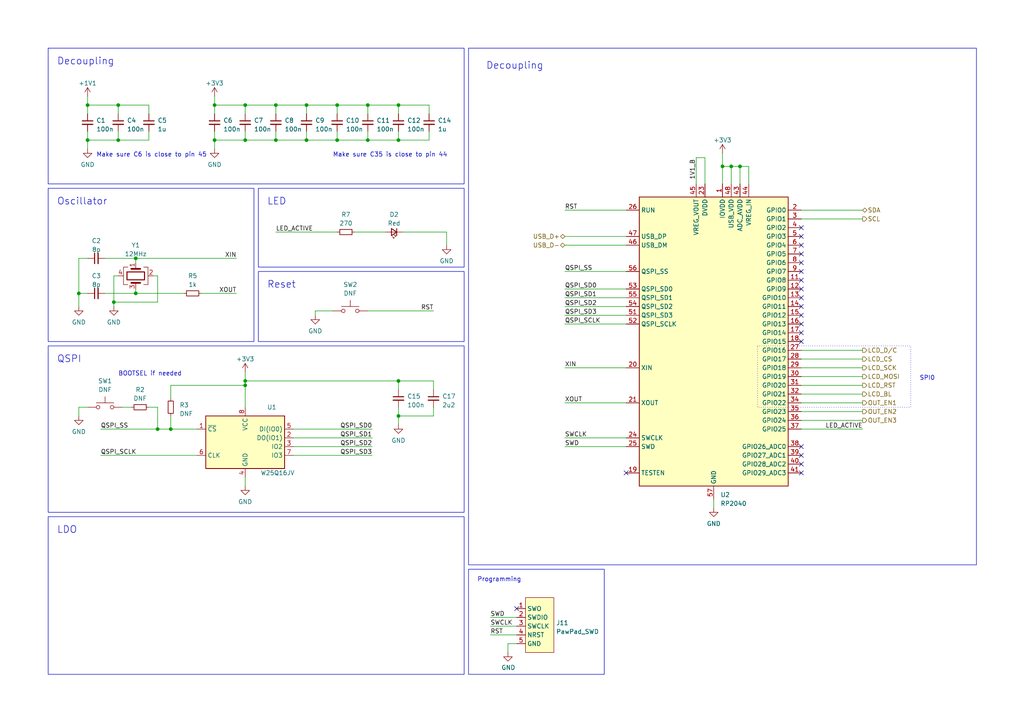
<source format=kicad_sch>
(kicad_sch (version 20230121) (generator eeschema)
  (paper "A4")
  (lib_symbols
    (symbol "Device:C_Small" (pin_numbers hide) (pin_names (offset 0.254) hide)
      (property "Reference" "C" (at 0.254 1.778 0))
      (property "Value" "C_Small" (at 0.254 -2.032 0))
      (symbol "C_Small_0_1"
        (polyline (pts (xy -1.524 -0.508) (xy 1.524 -0.508)) (stroke (width 0.3302)))
        (polyline (pts (xy -1.524 0.508) (xy 1.524 0.508)) (stroke (width 0.3048)))
      )
      (symbol "C_Small_1_1"
        (pin passive line (at 0 2.54 270) (length 2.032) (name "~") (number "1"))
        (pin passive line (at 0 -2.54 90) (length 2.032) (name "~") (number "2"))
      )
    )
    (symbol "Device:Crystal_GND24" (pin_names (offset 1.016) hide)
      (property "Reference" "Y" (at 3.175 5.08 0))
      (property "Value" "Crystal_GND24" (at 3.175 3.175 0))
      (symbol "Crystal_GND24_0_1"
        (rectangle (start -1.143 2.54) (end 1.143 -2.54) (stroke (width 0.3048)))
        (polyline (pts (xy -2.54 0) (xy -2.032 0)))
        (polyline (pts (xy -2.032 -1.27) (xy -2.032 1.27)) (stroke (width 0.508)))
        (polyline (pts (xy 0 -3.81) (xy 0 -3.556)))
        (polyline (pts (xy 0 3.556) (xy 0 3.81)))
        (polyline (pts (xy 2.032 -1.27) (xy 2.032 1.27)) (stroke (width 0.508)))
        (polyline (pts (xy 2.032 0) (xy 2.54 0)))
        (polyline (pts (xy -2.54 -2.286) (xy -2.54 -3.556) (xy 2.54 -3.556) (xy 2.54 -2.286)))
        (polyline (pts (xy -2.54 2.286) (xy -2.54 3.556) (xy 2.54 3.556) (xy 2.54 2.286)))
      )
      (symbol "Crystal_GND24_1_1"
        (pin passive line (at -3.81 0 0) (length 1.27) (name "1") (number "1"))
        (pin passive line (at 0 5.08 270) (length 1.27) (name "2") (number "2"))
        (pin passive line (at 3.81 0 180) (length 1.27) (name "3") (number "3"))
        (pin passive line (at 0 -5.08 90) (length 1.27) (name "4") (number "4"))
      )
    )
    (symbol "Device:LED_Small" (pin_numbers hide) (pin_names (offset 0.254) hide)
      (property "Reference" "D" (at -1.27 3.175 0))
      (property "Value" "LED_Small" (at -4.445 -2.54 0))
      (symbol "LED_Small_0_1"
        (polyline (pts (xy -0.762 -1.016) (xy -0.762 1.016)) (stroke (width 0.254)))
        (polyline (pts (xy 1.016 0) (xy -0.762 0)))
        (polyline (pts (xy 0.762 -1.016) (xy -0.762 0) (xy 0.762 1.016) (xy 0.762 -1.016)) (stroke (width 0.254)))
        (polyline (pts (xy 0 0.762) (xy -0.508 1.27) (xy -0.254 1.27) (xy -0.508 1.27) (xy -0.508 1.016)))
        (polyline (pts (xy 0.508 1.27) (xy 0 1.778) (xy 0.254 1.778) (xy 0 1.778) (xy 0 1.524)))
      )
      (symbol "LED_Small_1_1"
        (pin passive line (at -2.54 0 0) (length 1.778) (name "K") (number "1"))
        (pin passive line (at 2.54 0 180) (length 1.778) (name "A") (number "2"))
      )
    )
    (symbol "Device:R_Small" (pin_numbers hide) (pin_names (offset 0.254) hide)
      (property "Reference" "R" (at 0.762 0.508 0))
      (property "Value" "R_Small" (at 0.762 -1.016 0))
      (symbol "R_Small_0_1"
        (rectangle (start -0.762 1.778) (end 0.762 -1.778) (stroke (width 0.2032)))
      )
      (symbol "R_Small_1_1"
        (pin passive line (at 0 2.54 270) (length 0.762) (name "~") (number "1"))
        (pin passive line (at 0 -2.54 90) (length 0.762) (name "~") (number "2"))
      )
    )
    (symbol "MCU_RaspberryPi:RP2040"
      (property "Reference" "U" (at 17.78 45.72 0))
      (property "Value" "RP2040" (at 17.78 43.18 0))
      (symbol "RP2040_0_1"
        (rectangle (start -21.59 41.91) (end 21.59 -41.91) (stroke (width 0.254)) (fill (type background)))
      )
      (symbol "RP2040_1_1"
        (pin power_in line (at 2.54 45.72 270) (length 3.81) (name "IOVDD") (number "1"))
        (pin passive line (at 2.54 45.72 270) (length 3.81) hide (name "IOVDD") (number "10"))
        (pin bidirectional line (at 25.4 17.78 180) (length 3.81) (name "GPIO8") (number "11"))
        (pin bidirectional line (at 25.4 15.24 180) (length 3.81) (name "GPIO9") (number "12"))
        (pin bidirectional line (at 25.4 12.7 180) (length 3.81) (name "GPIO10") (number "13"))
        (pin bidirectional line (at 25.4 10.16 180) (length 3.81) (name "GPIO11") (number "14"))
        (pin bidirectional line (at 25.4 7.62 180) (length 3.81) (name "GPIO12") (number "15"))
        (pin bidirectional line (at 25.4 5.08 180) (length 3.81) (name "GPIO13") (number "16"))
        (pin bidirectional line (at 25.4 2.54 180) (length 3.81) (name "GPIO14") (number "17"))
        (pin bidirectional line (at 25.4 0 180) (length 3.81) (name "GPIO15") (number "18"))
        (pin input line (at -25.4 -38.1 0) (length 3.81) (name "TESTEN") (number "19"))
        (pin bidirectional line (at 25.4 38.1 180) (length 3.81) (name "GPIO0") (number "2"))
        (pin input line (at -25.4 -7.62 0) (length 3.81) (name "XIN") (number "20"))
        (pin passive line (at -25.4 -17.78 0) (length 3.81) (name "XOUT") (number "21"))
        (pin passive line (at 2.54 45.72 270) (length 3.81) hide (name "IOVDD") (number "22"))
        (pin power_in line (at -2.54 45.72 270) (length 3.81) (name "DVDD") (number "23"))
        (pin output line (at -25.4 -27.94 0) (length 3.81) (name "SWCLK") (number "24"))
        (pin bidirectional line (at -25.4 -30.48 0) (length 3.81) (name "SWD") (number "25"))
        (pin input line (at -25.4 38.1 0) (length 3.81) (name "RUN") (number "26"))
        (pin bidirectional line (at 25.4 -2.54 180) (length 3.81) (name "GPIO16") (number "27"))
        (pin bidirectional line (at 25.4 -5.08 180) (length 3.81) (name "GPIO17") (number "28"))
        (pin bidirectional line (at 25.4 -7.62 180) (length 3.81) (name "GPIO18") (number "29"))
        (pin bidirectional line (at 25.4 35.56 180) (length 3.81) (name "GPIO1") (number "3"))
        (pin bidirectional line (at 25.4 -10.16 180) (length 3.81) (name "GPIO19") (number "30"))
        (pin bidirectional line (at 25.4 -12.7 180) (length 3.81) (name "GPIO20") (number "31"))
        (pin bidirectional line (at 25.4 -15.24 180) (length 3.81) (name "GPIO21") (number "32"))
        (pin passive line (at 2.54 45.72 270) (length 3.81) hide (name "IOVDD") (number "33"))
        (pin bidirectional line (at 25.4 -17.78 180) (length 3.81) (name "GPIO22") (number "34"))
        (pin bidirectional line (at 25.4 -20.32 180) (length 3.81) (name "GPIO23") (number "35"))
        (pin bidirectional line (at 25.4 -22.86 180) (length 3.81) (name "GPIO24") (number "36"))
        (pin bidirectional line (at 25.4 -25.4 180) (length 3.81) (name "GPIO25") (number "37"))
        (pin bidirectional line (at 25.4 -30.48 180) (length 3.81) (name "GPIO26_ADC0") (number "38"))
        (pin bidirectional line (at 25.4 -33.02 180) (length 3.81) (name "GPIO27_ADC1") (number "39"))
        (pin bidirectional line (at 25.4 33.02 180) (length 3.81) (name "GPIO2") (number "4"))
        (pin bidirectional line (at 25.4 -35.56 180) (length 3.81) (name "GPIO28_ADC2") (number "40"))
        (pin bidirectional line (at 25.4 -38.1 180) (length 3.81) (name "GPIO29_ADC3") (number "41"))
        (pin passive line (at 2.54 45.72 270) (length 3.81) hide (name "IOVDD") (number "42"))
        (pin power_in line (at 7.62 45.72 270) (length 3.81) (name "ADC_AVDD") (number "43"))
        (pin power_in line (at 10.16 45.72 270) (length 3.81) (name "VREG_IN") (number "44"))
        (pin power_out line (at -5.08 45.72 270) (length 3.81) (name "VREG_VOUT") (number "45"))
        (pin bidirectional line (at -25.4 27.94 0) (length 3.81) (name "USB_DM") (number "46"))
        (pin bidirectional line (at -25.4 30.48 0) (length 3.81) (name "USB_DP") (number "47"))
        (pin power_in line (at 5.08 45.72 270) (length 3.81) (name "USB_VDD") (number "48"))
        (pin passive line (at 2.54 45.72 270) (length 3.81) hide (name "IOVDD") (number "49"))
        (pin bidirectional line (at 25.4 30.48 180) (length 3.81) (name "GPIO3") (number "5"))
        (pin passive line (at -2.54 45.72 270) (length 3.81) hide (name "DVDD") (number "50"))
        (pin bidirectional line (at -25.4 7.62 0) (length 3.81) (name "QSPI_SD3") (number "51"))
        (pin output line (at -25.4 5.08 0) (length 3.81) (name "QSPI_SCLK") (number "52"))
        (pin bidirectional line (at -25.4 15.24 0) (length 3.81) (name "QSPI_SD0") (number "53"))
        (pin bidirectional line (at -25.4 10.16 0) (length 3.81) (name "QSPI_SD2") (number "54"))
        (pin bidirectional line (at -25.4 12.7 0) (length 3.81) (name "QSPI_SD1") (number "55"))
        (pin bidirectional line (at -25.4 20.32 0) (length 3.81) (name "QSPI_SS") (number "56"))
        (pin power_in line (at 0 -45.72 90) (length 3.81) (name "GND") (number "57"))
        (pin bidirectional line (at 25.4 27.94 180) (length 3.81) (name "GPIO4") (number "6"))
        (pin bidirectional line (at 25.4 25.4 180) (length 3.81) (name "GPIO5") (number "7"))
        (pin bidirectional line (at 25.4 22.86 180) (length 3.81) (name "GPIO6") (number "8"))
        (pin bidirectional line (at 25.4 20.32 180) (length 3.81) (name "GPIO7") (number "9"))
      )
    )
    (symbol "Memory_Flash:W25Q32JVSS"
      (property "Reference" "U6" (at 6.35 10.16 0))
      (property "Value" "W25Q16JV" (at 4.445 -8.89 0))
      (symbol "W25Q32JVSS_0_1"
        (rectangle (start -11.43 7.62) (end 11.43 -7.62) (stroke (width 0.254)) (fill (type background)))
      )
      (symbol "W25Q32JVSS_1_1"
        (pin input line (at -13.97 3.81 0) (length 2.54) (name "~{CS}") (number "1"))
        (pin bidirectional line (at 13.97 1.27 180) (length 2.54) (name "DO(IO1)") (number "2"))
        (pin bidirectional line (at 13.97 -1.27 180) (length 2.54) (name "IO2") (number "3"))
        (pin power_in line (at 0 -10.16 90) (length 2.54) (name "GND") (number "4"))
        (pin bidirectional line (at 13.97 3.81 180) (length 2.54) (name "DI(IO0)") (number "5"))
        (pin input line (at -13.97 -3.81 0) (length 2.54) (name "CLK") (number "6"))
        (pin bidirectional line (at 13.97 -3.81 180) (length 2.54) (name "IO3") (number "7"))
        (pin power_in line (at 0 10.16 270) (length 2.54) (name "VCC") (number "8"))
      )
    )
    (symbol "Switch:SW_Push" (pin_numbers hide) (pin_names (offset 1.016) hide)
      (property "Reference" "SW" (at 1.27 2.54 0))
      (property "Value" "SW_Push" (at 0 -1.524 0))
      (symbol "SW_Push_0_1"
        (circle (center -2.032 0) (radius 0.508))
        (polyline (pts (xy 0 1.27) (xy 0 3.048)))
        (polyline (pts (xy 2.54 1.27) (xy -2.54 1.27)))
        (circle (center 2.032 0) (radius 0.508))
        (pin passive line (at -5.08 0 0) (length 2.54) (name "1") (number "1"))
        (pin passive line (at 5.08 0 180) (length 2.54) (name "2") (number "2"))
      )
    )
    (symbol "pawpad:PawPad_SWD"
      (property "Reference" "J" (at 0 10.16 0))
      (property "Value" "PawPad_SWD" (at 0 -9.525 0))
      (symbol "PawPad_SWD_0_1"
        (rectangle (start -3.81 8.255) (end 4.445 -7.62) (fill (type background)))
      )
      (symbol "PawPad_SWD_1_1"
        (pin input line (at -6.35 5.08 0) (length 2.54) (name "SWO") (number "1"))
        (pin input line (at -6.35 2.54 0) (length 2.54) (name "SWDIO") (number "2"))
        (pin input line (at -6.35 0 0) (length 2.54) (name "SWCLK") (number "3"))
        (pin input line (at -6.35 -2.54 0) (length 2.54) (name "NRST") (number "4"))
        (pin input line (at -6.35 -5.08 0) (length 2.54) (name "GND") (number "5"))
      )
    )
    (symbol "power:+1V1" (power) (pin_names (offset 0))
      (property "Value" "+1V1" (at 0 3.556 0))
      (symbol "+1V1_0_1"
        (polyline (pts (xy -0.762 1.27) (xy 0 2.54)))
        (polyline (pts (xy 0 0) (xy 0 2.54)))
        (polyline (pts (xy 0 2.54) (xy 0.762 1.27)))
      )
      (symbol "+1V1_1_1"
        (pin power_in line (at 0 0 90) (length 0) hide (name "+1V1") (number "1"))
      )
    )
    (symbol "power:+3V3" (power) (pin_names (offset 0))
      (property "Value" "+3V3" (at 0 3.556 0))
      (symbol "+3V3_0_1"
        (polyline (pts (xy -0.762 1.27) (xy 0 2.54)))
        (polyline (pts (xy 0 0) (xy 0 2.54)))
        (polyline (pts (xy 0 2.54) (xy 0.762 1.27)))
      )
      (symbol "+3V3_1_1"
        (pin power_in line (at 0 0 90) (length 0) hide (name "+3V3") (number "1"))
      )
    )
    (symbol "power:GND" (power) (pin_names (offset 0))
      (property "Value" "GND" (at 0 -3.81 0))
      (symbol "GND_0_1"
        (polyline (pts (xy 0 0) (xy 0 -1.27) (xy 1.27 -1.27) (xy 0 -2.54) (xy -1.27 -1.27) (xy 0 -1.27)))
      )
      (symbol "GND_1_1"
        (pin power_in line (at 0 0 270) (length 0) hide (name "GND") (number "1"))
      )
    )
  )
  (junction (at 214.63 48.26))
  (junction (at 115.57 30.48))
  (junction (at 88.9 30.48))
  (junction (at 71.12 40.64))
  (junction (at 71.12 111.76))
  (junction (at 71.12 30.48))
  (junction (at 39.37 85.09))
  (junction (at 88.9 40.64))
  (junction (at 62.23 30.48))
  (junction (at 71.12 110.49))
  (junction (at 39.37 74.93))
  (junction (at 97.79 40.64))
  (junction (at 45.72 124.46))
  (junction (at 22.86 85.09))
  (junction (at 34.29 40.64))
  (junction (at 209.55 48.26))
  (junction (at 25.4 30.48))
  (junction (at 62.23 40.64))
  (junction (at 106.68 40.64))
  (junction (at 115.57 110.49))
  (junction (at 34.29 30.48))
  (junction (at 97.79 30.48))
  (junction (at 33.02 87.63))
  (junction (at 25.4 40.64))
  (junction (at 212.09 48.26))
  (junction (at 80.01 30.48))
  (junction (at 106.68 30.48))
  (junction (at 115.57 40.64))
  (junction (at 115.57 120.65))
  (junction (at 49.53 124.46))
  (junction (at 80.01 40.64))
  (no_connect (at 232.41 96.52))
  (no_connect (at 232.41 78.74))
  (no_connect (at 232.41 134.62))
  (no_connect (at 232.41 88.9))
  (no_connect (at 181.61 137.16))
  (no_connect (at 232.41 76.2))
  (no_connect (at 232.41 129.54))
  (no_connect (at 149.86 176.53))
  (no_connect (at 232.41 83.82))
  (no_connect (at 232.41 81.28))
  (no_connect (at 232.41 68.58))
  (no_connect (at 232.41 91.44))
  (no_connect (at 232.41 66.04))
  (no_connect (at 232.41 86.36))
  (no_connect (at 232.41 137.16))
  (no_connect (at 232.41 71.12))
  (no_connect (at 232.41 132.08))
  (no_connect (at 232.41 93.98))
  (no_connect (at 232.41 99.06))
  (no_connect (at 232.41 73.66))
  (wire (pts (xy 49.53 120.65) (xy 49.53 124.46)))
  (wire (pts (xy 232.41 121.92) (xy 250.19 121.92)))
  (wire (pts (xy 106.68 30.48) (xy 115.57 30.48)))
  (wire (pts (xy 212.09 48.26) (xy 209.55 48.26)))
  (wire (pts (xy 115.57 40.64) (xy 115.57 38.1)))
  (wire (pts (xy 62.23 40.64) (xy 71.12 40.64)))
  (wire (pts (xy 106.68 30.48) (xy 106.68 33.02)))
  (wire (pts (xy 49.53 124.46) (xy 57.15 124.46)))
  (wire (pts (xy 25.4 30.48) (xy 25.4 33.02)))
  (wire (pts (xy 232.41 106.68) (xy 250.19 106.68)))
  (wire (pts (xy 232.41 109.22) (xy 250.19 109.22)))
  (wire (pts (xy 124.46 30.48) (xy 124.46 33.02)))
  (wire (pts (xy 71.12 110.49) (xy 115.57 110.49)))
  (wire (pts (xy 142.24 181.61) (xy 149.86 181.61)))
  (wire (pts (xy 163.83 116.84) (xy 181.61 116.84)))
  (wire (pts (xy 214.63 53.34) (xy 214.63 48.26)))
  (wire (pts (xy 29.21 132.08) (xy 57.15 132.08)))
  (wire (pts (xy 49.53 111.76) (xy 49.53 115.57)))
  (wire (pts (xy 163.83 71.12) (xy 181.61 71.12)))
  (wire (pts (xy 39.37 76.2) (xy 39.37 74.93)))
  (wire (pts (xy 22.86 74.93) (xy 25.4 74.93)))
  (wire (pts (xy 232.41 124.46) (xy 250.19 124.46)))
  (wire (pts (xy 115.57 40.64) (xy 124.46 40.64)))
  (wire (pts (xy 125.73 113.03) (xy 125.73 110.49)))
  (wire (pts (xy 34.29 40.64) (xy 43.18 40.64)))
  (wire (pts (xy 106.68 90.17) (xy 125.73 90.17)))
  (wire (pts (xy 88.9 40.64) (xy 88.9 38.1)))
  (wire (pts (xy 163.83 78.74) (xy 181.61 78.74)))
  (wire (pts (xy 97.79 40.64) (xy 97.79 38.1)))
  (wire (pts (xy 201.93 45.72) (xy 204.47 45.72)))
  (wire (pts (xy 29.21 124.46) (xy 45.72 124.46)))
  (wire (pts (xy 71.12 30.48) (xy 71.12 33.02)))
  (wire (pts (xy 45.72 124.46) (xy 49.53 124.46)))
  (wire (pts (xy 147.32 186.69) (xy 149.86 186.69)))
  (wire (pts (xy 91.44 90.17) (xy 96.52 90.17)))
  (wire (pts (xy 25.4 27.94) (xy 25.4 30.48)))
  (wire (pts (xy 207.01 147.32) (xy 207.01 144.78)))
  (wire (pts (xy 25.4 40.64) (xy 34.29 40.64)))
  (wire (pts (xy 142.24 179.07) (xy 149.86 179.07)))
  (wire (pts (xy 22.86 85.09) (xy 25.4 85.09)))
  (wire (pts (xy 33.02 87.63) (xy 33.02 80.01)))
  (wire (pts (xy 163.83 83.82) (xy 181.61 83.82)))
  (wire (pts (xy 232.41 114.3) (xy 250.19 114.3)))
  (wire (pts (xy 163.83 91.44) (xy 181.61 91.44)))
  (wire (pts (xy 85.09 132.08) (xy 107.95 132.08)))
  (wire (pts (xy 163.83 106.68) (xy 181.61 106.68)))
  (wire (pts (xy 25.4 38.1) (xy 25.4 40.64)))
  (wire (pts (xy 71.12 140.97) (xy 71.12 138.43)))
  (wire (pts (xy 102.87 67.31) (xy 111.76 67.31)))
  (wire (pts (xy 129.54 67.31) (xy 129.54 71.12)))
  (wire (pts (xy 115.57 30.48) (xy 115.57 33.02)))
  (wire (pts (xy 214.63 48.26) (xy 212.09 48.26)))
  (wire (pts (xy 163.83 88.9) (xy 181.61 88.9)))
  (wire (pts (xy 232.41 60.96) (xy 250.19 60.96)))
  (wire (pts (xy 232.41 101.6) (xy 250.19 101.6)))
  (wire (pts (xy 68.58 85.09) (xy 58.42 85.09)))
  (wire (pts (xy 115.57 120.65) (xy 115.57 118.11)))
  (wire (pts (xy 62.23 38.1) (xy 62.23 40.64)))
  (wire (pts (xy 71.12 111.76) (xy 71.12 118.11)))
  (wire (pts (xy 80.01 30.48) (xy 80.01 33.02)))
  (wire (pts (xy 88.9 30.48) (xy 97.79 30.48)))
  (wire (pts (xy 34.29 30.48) (xy 34.29 33.02)))
  (wire (pts (xy 80.01 30.48) (xy 88.9 30.48)))
  (wire (pts (xy 34.29 38.1) (xy 34.29 40.64)))
  (wire (pts (xy 22.86 118.11) (xy 22.86 120.65)))
  (wire (pts (xy 88.9 30.48) (xy 88.9 33.02)))
  (wire (pts (xy 39.37 85.09) (xy 39.37 83.82)))
  (wire (pts (xy 106.68 40.64) (xy 106.68 38.1)))
  (wire (pts (xy 80.01 40.64) (xy 88.9 40.64)))
  (wire (pts (xy 39.37 74.93) (xy 68.58 74.93)))
  (wire (pts (xy 124.46 40.64) (xy 124.46 38.1)))
  (wire (pts (xy 45.72 87.63) (xy 33.02 87.63)))
  (wire (pts (xy 43.18 38.1) (xy 43.18 40.64)))
  (wire (pts (xy 91.44 91.44) (xy 91.44 90.17)))
  (wire (pts (xy 232.41 63.5) (xy 250.19 63.5)))
  (wire (pts (xy 97.79 40.64) (xy 106.68 40.64)))
  (wire (pts (xy 34.29 30.48) (xy 25.4 30.48)))
  (wire (pts (xy 49.53 111.76) (xy 71.12 111.76)))
  (wire (pts (xy 25.4 40.64) (xy 25.4 43.18)))
  (wire (pts (xy 30.48 85.09) (xy 39.37 85.09)))
  (wire (pts (xy 22.86 85.09) (xy 22.86 74.93)))
  (wire (pts (xy 163.83 129.54) (xy 181.61 129.54)))
  (wire (pts (xy 142.24 184.15) (xy 149.86 184.15)))
  (wire (pts (xy 232.41 116.84) (xy 250.19 116.84)))
  (wire (pts (xy 204.47 45.72) (xy 204.47 53.34)))
  (wire (pts (xy 85.09 127) (xy 107.95 127)))
  (wire (pts (xy 147.32 189.23) (xy 147.32 186.69)))
  (wire (pts (xy 43.18 30.48) (xy 43.18 33.02)))
  (wire (pts (xy 201.93 53.34) (xy 201.93 45.72)))
  (wire (pts (xy 88.9 40.64) (xy 97.79 40.64)))
  (wire (pts (xy 71.12 110.49) (xy 71.12 111.76)))
  (wire (pts (xy 232.41 111.76) (xy 250.19 111.76)))
  (wire (pts (xy 62.23 43.18) (xy 62.23 40.64)))
  (wire (pts (xy 43.18 30.48) (xy 34.29 30.48)))
  (wire (pts (xy 33.02 88.9) (xy 33.02 87.63)))
  (wire (pts (xy 209.55 48.26) (xy 209.55 53.34)))
  (wire (pts (xy 163.83 86.36) (xy 181.61 86.36)))
  (wire (pts (xy 45.72 118.11) (xy 45.72 124.46)))
  (wire (pts (xy 115.57 30.48) (xy 124.46 30.48)))
  (wire (pts (xy 163.83 127) (xy 181.61 127)))
  (wire (pts (xy 115.57 120.65) (xy 115.57 123.19)))
  (wire (pts (xy 97.79 67.31) (xy 80.01 67.31)))
  (wire (pts (xy 217.17 53.34) (xy 217.17 48.26)))
  (wire (pts (xy 62.23 30.48) (xy 62.23 33.02)))
  (wire (pts (xy 35.56 118.11) (xy 38.1 118.11)))
  (wire (pts (xy 116.84 67.31) (xy 129.54 67.31)))
  (wire (pts (xy 163.83 93.98) (xy 181.61 93.98)))
  (wire (pts (xy 85.09 124.46) (xy 107.95 124.46)))
  (wire (pts (xy 115.57 110.49) (xy 125.73 110.49)))
  (wire (pts (xy 39.37 85.09) (xy 53.34 85.09)))
  (wire (pts (xy 33.02 80.01) (xy 34.29 80.01)))
  (wire (pts (xy 71.12 107.95) (xy 71.12 110.49)))
  (wire (pts (xy 125.73 118.11) (xy 125.73 120.65)))
  (wire (pts (xy 62.23 30.48) (xy 71.12 30.48)))
  (wire (pts (xy 85.09 129.54) (xy 107.95 129.54)))
  (wire (pts (xy 97.79 30.48) (xy 97.79 33.02)))
  (wire (pts (xy 232.41 119.38) (xy 250.19 119.38)))
  (wire (pts (xy 115.57 113.03) (xy 115.57 110.49)))
  (wire (pts (xy 71.12 30.48) (xy 80.01 30.48)))
  (wire (pts (xy 163.83 60.96) (xy 181.61 60.96)))
  (wire (pts (xy 43.18 118.11) (xy 45.72 118.11)))
  (wire (pts (xy 209.55 44.45) (xy 209.55 48.26)))
  (wire (pts (xy 30.48 74.93) (xy 39.37 74.93)))
  (wire (pts (xy 22.86 88.9) (xy 22.86 85.09)))
  (wire (pts (xy 22.86 118.11) (xy 25.4 118.11)))
  (wire (pts (xy 80.01 40.64) (xy 80.01 38.1)))
  (wire (pts (xy 62.23 27.94) (xy 62.23 30.48)))
  (wire (pts (xy 71.12 40.64) (xy 71.12 38.1)))
  (wire (pts (xy 71.12 40.64) (xy 80.01 40.64)))
  (wire (pts (xy 125.73 120.65) (xy 115.57 120.65)))
  (wire (pts (xy 212.09 53.34) (xy 212.09 48.26)))
  (wire (pts (xy 163.83 68.58) (xy 181.61 68.58)))
  (wire (pts (xy 45.72 80.01) (xy 45.72 87.63)))
  (wire (pts (xy 217.17 48.26) (xy 214.63 48.26)))
  (wire (pts (xy 97.79 30.48) (xy 106.68 30.48)))
  (wire (pts (xy 44.45 80.01) (xy 45.72 80.01)))
  (wire (pts (xy 232.41 104.14) (xy 250.19 104.14)))
  (wire (pts (xy 106.68 40.64) (xy 115.57 40.64)))
  (rectangle (start 13.97 149.86) (end 134.62 195.58))
  (rectangle (start 135.89 165.1) (end 175.26 195.58))
  (rectangle (start 74.93 54.61) (end 134.62 77.47))
  (rectangle (start 135.89 13.97) (end 283.21 163.83))
  (rectangle (start 13.97 100.33) (end 134.62 148.59))
  (rectangle (start 13.97 54.61) (end 73.66 99.06))
  (rectangle (start 219.71 100.33) (end 264.16 118.11) (stroke (width 0) (type dot)))
  (rectangle (start 13.97 13.97) (end 134.62 53.34))
  (rectangle (start 74.93 78.74) (end 134.62 99.06))
  (text "BOOTSEL if needed" (at 34.29 109.22 0) (effects (font (size 1.27 1.27)) (justify left bottom)))
  (text "Make sure C6 is close to pin 45" (at 27.94 45.72 0) (effects (font (size 1.27 1.27)) (justify left bottom)))
  (text "Reset" (at 77.47 83.82 0) (effects (font (size 2 2)) (justify left bottom)))
  (text "Decoupling" (at 140.97 20.32 0) (effects (font (size 2 2)) (justify left bottom)))
  (text "QSPI" (at 16.51 105.41 0) (effects (font (size 2 2)) (justify left bottom)))
  (text "LDO" (at 16.51 154.94 0) (effects (font (size 2 2)) (justify left bottom)))
  (text "Decoupling" (at 16.51 19.05 0) (effects (font (size 2 2)) (justify left bottom)))
  (text "Oscillator" (at 16.51 59.69 0) (effects (font (size 2 2)) (justify left bottom)))
  (text "Make sure C35 is close to pin 44" (at 96.52 45.72 0) (effects (font (size 1.27 1.27)) (justify left bottom)))
  (text "SPI0" (at 266.7 110.49 0) (effects (font (size 1.27 1.27)) (justify left bottom)))
  (text "LED" (at 77.47 59.69 0) (effects (font (size 2 2)) (justify left bottom)))
  (text "Programming" (at 138.43 168.91 0) (effects (font (size 1.27 1.27)) (justify left bottom)))
  (label "QSPI_SD1" (at 163.83 86.36 0))
  (label "SWD" (at 163.83 129.54 0))
  (label "QSPI_SD2" (at 163.83 88.9 0))
  (label "QSPI_SCLK" (at 29.21 132.08 0))
  (label "QSPI_SS" (at 29.21 124.46 0))
  (label "1V1_B" (at 201.93 52.07 90))
  (label "QSPI_SD3" (at 163.83 91.44 0))
  (label "RST" (at 163.83 60.96 0))
  (label "XOUT" (at 68.58 85.09 180))
  (label "RST" (at 125.73 90.17 180))
  (label "SWCLK" (at 142.24 181.61 0))
  (label "LED_ACTIVE" (at 250.19 124.46 180))
  (label "QSPI_SD1" (at 107.95 127 180))
  (label "XOUT" (at 163.83 116.84 0))
  (label "RST" (at 142.24 184.15 0))
  (label "QSPI_SD3" (at 107.95 132.08 180))
  (label "XIN" (at 68.58 74.93 180))
  (label "XIN" (at 163.83 106.68 0))
  (label "SWCLK" (at 163.83 127 0))
  (label "QSPI_SD2" (at 107.95 129.54 180))
  (label "LED_ACTIVE" (at 80.01 67.31 0))
  (label "QSPI_SD0" (at 107.95 124.46 180))
  (label "QSPI_SCLK" (at 163.83 93.98 0))
  (label "SWD" (at 142.24 179.07 0))
  (label "QSPI_SS" (at 163.83 78.74 0))
  (label "QSPI_SD0" (at 163.83 83.82 0))
  (hierarchical_label "LCD_SCK" (shape output) (at 250.19 106.68 0))
  (hierarchical_label "LCD_MOSI" (shape output) (at 250.19 109.22 0))
  (hierarchical_label "OUT_EN2" (shape output) (at 250.19 119.38 0))
  (hierarchical_label "LCD_RST" (shape output) (at 250.19 111.76 0))
  (hierarchical_label "LCD_D{slash}C" (shape output) (at 250.19 101.6 0))
  (hierarchical_label "SCL" (shape output) (at 250.19 63.5 0))
  (hierarchical_label "USB_D-" (shape bidirectional) (at 163.83 71.12 180))
  (hierarchical_label "OUT_EN1" (shape output) (at 250.19 116.84 0))
  (hierarchical_label "LCD_BL" (shape output) (at 250.19 114.3 0))
  (hierarchical_label "SDA" (shape bidirectional) (at 250.19 60.96 0))
  (hierarchical_label "USB_D+" (shape bidirectional) (at 163.83 68.58 180))
  (hierarchical_label "LCD_CS" (shape output) (at 250.19 104.14 0))
  (hierarchical_label "OUT_EN3" (shape output) (at 250.19 121.92 0))
  (symbol (lib_id "Device:C_Small") (at 62.23 35.56 0) (unit 1)
    (property "Reference" "C6" (at 64.77 34.9313 0) (effects (justify left)))
    (property "Value" "100n" (at 64.77 37.4713 0) (effects (justify left)))
    (property "Footprint" "KiCAD Library:C_0603_1608Metric" (effects hide))
    (instances (project "Reflow Oven" (path "" (reference "C6") (unit 1)) (path "" (reference "C7") (unit 1))) (project "USB-PD" (path "" (reference "C?") (unit 1)) (path "" (reference "C14") (unit 1))))
  )
  (symbol (lib_id "Switch:SW_Push") (at 30.48 118.11 0) (unit 1)
    (property "Reference" "SW1" (at 30.48 110.49 0))
    (property "Value" "DNF" (at 30.48 113.03 0))
    (property "Footprint" "KiCAD Library:PTS636 SM25J SMTR LFS" (effects hide))
    (instances (project "Reflow Oven" (path "" (reference "SW1") (unit 1))) (project "USB-PD" (path "" (reference "SW?") (unit 1)) (path "" (reference "SW3") (unit 1)) (path "" (reference "SW4") (unit 1))))
  )
  (symbol (lib_id "Device:R_Small") (at 40.64 118.11 270) (unit 1)
    (property "Reference" "R2" (at 40.64 113.03 90))
    (property "Value" "DNF" (at 40.64 115.57 90))
    (property "Footprint" "Cuprum:R_0603_1608Metric" (effects hide))
    (instances (project "Reflow Oven" (path "" (reference "R2") (unit 1))) (project "USB-PD" (path "" (reference "R?") (unit 1)) (path "" (reference "R9") (unit 1)) (path "" (reference "R16") (unit 1))))
  )
  (symbol (lib_id "MCU_RaspberryPi:RP2040") (at 207.01 99.06 0) (unit 1)
    (property "Reference" "U2" (at 208.9659 143.51 0) (effects (justify left)))
    (property "Value" "RP2040" (at 208.9659 146.05 0) (effects (justify left)))
    (property "Footprint" "Package_DFN_QFN:QFN-56-1EP_7x7mm_P0.4mm_EP3.2x3.2mm" (effects hide))
    (property "Datasheet" "https://datasheets.raspberrypi.com/rp2040/rp2040-datasheet.pdf" (effects hide))
    (instances (project "Reflow Oven" (path "" (reference "U2") (unit 1)) (path "" (reference "U2") (unit 1))) (project "USB-PD" (path "" (reference "U?") (unit 1)) (path "" (reference "U2") (unit 1))))
  )
  (symbol (lib_id "Device:C_Small") (at 34.29 35.56 0) (unit 1)
    (property "Reference" "C4" (at 36.83 34.9313 0) (effects (justify left)))
    (property "Value" "100n" (at 36.83 37.4713 0) (effects (justify left)))
    (property "Footprint" "KiCAD Library:C_0603_1608Metric" (effects hide))
    (instances (project "Reflow Oven" (path "" (reference "C4") (unit 1)) (path "" (reference "C4") (unit 1))) (project "USB-PD" (path "" (reference "C?") (unit 1)) (path "" (reference "C10") (unit 1))))
  )
  (symbol (lib_id "power:GND") (at 25.4 43.18 0) (unit 1)
    (property "Reference" "#PWR03" (effects hide))
    (property "Value" "GND" (at 25.4 47.7425 0))
    (instances (project "Reflow Oven" (path "" (reference "#PWR03") (unit 1)) (path "" (reference "#PWR015") (unit 1))) (project "USB-PD" (path "" (reference "#PWR?") (unit 1)) (path "" (reference "#PWR08") (unit 1))))
  )
  (symbol (lib_id "Device:C_Small") (at 88.9 35.56 0) (unit 1)
    (property "Reference" "C9" (at 91.44 34.9313 0) (effects (justify left)))
    (property "Value" "100n" (at 91.44 37.4713 0) (effects (justify left)))
    (property "Footprint" "KiCAD Library:C_0603_1608Metric" (effects hide))
    (instances (project "Reflow Oven" (path "" (reference "C9") (unit 1)) (path "" (reference "C10") (unit 1))) (project "USB-PD" (path "" (reference "C?") (unit 1)) (path "" (reference "C22") (unit 1))))
  )
  (symbol (lib_id "power:GND") (at 71.12 140.97 0) (unit 1)
    (property "Reference" "#PWR022" (effects hide))
    (property "Value" "GND" (at 71.12 145.5325 0))
    (instances (project "Reflow Oven" (path "" (reference "#PWR022") (unit 1))) (project "USB-PD" (path "" (reference "#PWR?") (unit 1)) (path "" (reference "#PWR048") (unit 1))))
  )
  (symbol (lib_id "Device:C_Small") (at 124.46 35.56 0) (unit 1)
    (property "Reference" "C14" (at 127 34.9313 0) (effects (justify left)))
    (property "Value" "1u" (at 127 37.4713 0) (effects (justify left)))
    (property "Footprint" "KiCAD Library:C_0603_1608Metric" (effects hide))
    (instances (project "Reflow Oven" (path "" (reference "C14") (unit 1)) (path "" (reference "C16") (unit 1))) (project "USB-PD" (path "" (reference "C?") (unit 1)) (path "" (reference "C35") (unit 1))))
  )
  (symbol (lib_id "Device:C_Small") (at 97.79 35.56 0) (unit 1)
    (property "Reference" "C10" (at 100.33 34.9313 0) (effects (justify left)))
    (property "Value" "100n" (at 100.33 37.4713 0) (effects (justify left)))
    (property "Footprint" "KiCAD Library:C_0603_1608Metric" (effects hide))
    (instances (project "Reflow Oven" (path "" (reference "C10") (unit 1)) (path "" (reference "C11") (unit 1))) (project "USB-PD" (path "" (reference "C?") (unit 1)) (path "" (reference "C32") (unit 1))))
  )
  (symbol (lib_id "Device:C_Small") (at 125.73 115.57 0) (unit 1)
    (property "Reference" "C17" (at 128.27 114.9413 0) (effects (justify left)))
    (property "Value" "2u2" (at 128.27 117.4813 0) (effects (justify left)))
    (property "Footprint" "KiCAD Library:C_0603_1608Metric" (effects hide))
    (instances (project "Reflow Oven" (path "" (reference "C17") (unit 1))) (project "USB-PD" (path "" (reference "C?") (unit 1)) (path "" (reference "C20") (unit 1))))
  )
  (symbol (lib_id "power:GND") (at 207.01 147.32 0) (unit 1)
    (property "Reference" "#PWR014" (effects hide))
    (property "Value" "GND" (at 207.01 151.8825 0))
    (instances (project "Reflow Oven" (path "" (reference "#PWR014") (unit 1)) (path "" (reference "#PWR029") (unit 1))) (project "USB-PD" (path "" (reference "#PWR?") (unit 1)) (path "" (reference "#PWR028") (unit 1))))
  )
  (symbol (lib_id "Device:C_Small") (at 115.57 115.57 0) (unit 1)
    (property "Reference" "C15" (at 118.11 114.9413 0) (effects (justify left)))
    (property "Value" "100n" (at 118.11 117.4813 0) (effects (justify left)))
    (property "Footprint" "KiCAD Library:C_0603_1608Metric" (effects hide))
    (instances (project "Reflow Oven" (path "" (reference "C15") (unit 1))) (project "USB-PD" (path "" (reference "C?") (unit 1)) (path "" (reference "C37") (unit 1))))
  )
  (symbol (lib_id "Device:R_Small") (at 55.88 85.09 270) (unit 1)
    (property "Reference" "R5" (at 55.88 80.01 90))
    (property "Value" "1k" (at 55.88 82.55 90))
    (property "Footprint" "Cuprum:R_0603_1608Metric" (effects hide))
    (instances (project "Reflow Oven" (path "" (reference "R5") (unit 1)) (path "" (reference "R4") (unit 1))) (project "USB-PD" (path "" (reference "R?") (unit 1)) (path "" (reference "R9") (unit 1)) (path "" (reference "R12") (unit 1)) (path "" (reference "R15") (unit 1))))
  )
  (symbol (lib_id "power:+3V3") (at 71.12 107.95 0) (unit 1)
    (property "Reference" "#PWR021" (effects hide))
    (property "Value" "+3V3" (at 71.12 104.14 0))
    (instances (project "Reflow Oven" (path "" (reference "#PWR021") (unit 1))) (project "USB-PD" (path "" (reference "#PWR?") (unit 1)) (path "" (reference "#PWR050") (unit 1))))
  )
  (symbol (lib_id "Device:C_Small") (at 27.94 74.93 90) (unit 1)
    (property "Reference" "C2" (at 27.9463 69.85 90))
    (property "Value" "8p" (at 27.9463 72.39 90))
    (property "Footprint" "KiCAD Library:C_0603_1608Metric" (effects hide))
    (instances (project "Reflow Oven" (path "" (reference "C2") (unit 1)) (path "" (reference "C2") (unit 1))) (project "USB-PD" (path "" (reference "C?") (unit 1)) (path "" (reference "C39") (unit 1))))
  )
  (symbol (lib_id "Device:C_Small") (at 106.68 35.56 0) (unit 1)
    (property "Reference" "C11" (at 109.22 34.9313 0) (effects (justify left)))
    (property "Value" "100n" (at 109.22 37.4713 0) (effects (justify left)))
    (property "Footprint" "KiCAD Library:C_0603_1608Metric" (effects hide))
    (instances (project "Reflow Oven" (path "" (reference "C11") (unit 1)) (path "" (reference "C13") (unit 1))) (project "USB-PD" (path "" (reference "C?") (unit 1)) (path "" (reference "C33") (unit 1))))
  )
  (symbol (lib_id "power:+3V3") (at 62.23 27.94 0) (unit 1)
    (property "Reference" "#PWR06" (effects hide))
    (property "Value" "+3V3" (at 62.23 24.13 0))
    (instances (project "Reflow Oven" (path "" (reference "#PWR06") (unit 1)) (path "" (reference "#PWR019") (unit 1))) (project "USB-PD" (path "" (reference "#PWR?") (unit 1)) (path "" (reference "#PWR010") (unit 1))))
  )
  (symbol (lib_id "Device:C_Small") (at 80.01 35.56 0) (unit 1)
    (property "Reference" "C8" (at 82.55 34.9313 0) (effects (justify left)))
    (property "Value" "100n" (at 82.55 37.4713 0) (effects (justify left)))
    (property "Footprint" "KiCAD Library:C_0603_1608Metric" (effects hide))
    (instances (project "Reflow Oven" (path "" (reference "C8") (unit 1)) (path "" (reference "C9") (unit 1))) (project "USB-PD" (path "" (reference "C?") (unit 1)) (path "" (reference "C16") (unit 1))))
  )
  (symbol (lib_id "Device:LED_Small") (at 114.3 67.31 180) (unit 1)
    (property "Reference" "D2" (at 114.3 62.23 0))
    (property "Value" "Red" (at 114.3 64.77 0))
    (property "Footprint" "Diode_SMD:D_0805_2012Metric" (effects hide))
    (instances (project "Reflow Oven" (path "" (reference "D2") (unit 1)) (path "" (reference "D1") (unit 1))) (project "USB-PD" (path "" (reference "D2") (unit 1))))
  )
  (symbol (lib_id "pawpad:PawPad_SWD") (at 156.21 181.61 0) (unit 1)
    (property "Reference" "J11" (at 161.29 180.6575 0) (effects (justify left)))
    (property "Value" "PawPad_SWD" (at 161.29 183.1975 0) (effects (justify left)))
    (property "Footprint" "PawPad:pawpad" (effects hide))
  )
  (symbol (lib_id "power:+1V1") (at 25.4 27.94 0) (unit 1)
    (property "Reference" "#PWR02" (effects hide))
    (property "Value" "+1V1" (at 25.4 24.13 0))
    (instances (project "Reflow Oven" (path "" (reference "#PWR02") (unit 1)) (path "" (reference "#PWR014") (unit 1))) (project "USB-PD" (path "" (reference "#PWR011") (unit 1))))
  )
  (symbol (lib_id "Device:C_Small") (at 25.4 35.56 0) (unit 1)
    (property "Reference" "C1" (at 27.94 34.9313 0) (effects (justify left)))
    (property "Value" "100n" (at 27.94 37.4713 0) (effects (justify left)))
    (property "Footprint" "KiCAD Library:C_0603_1608Metric" (effects hide))
    (instances (project "Reflow Oven" (path "" (reference "C1") (unit 1)) (path "" (reference "C1") (unit 1))) (project "USB-PD" (path "" (reference "C?") (unit 1)) (path "" (reference "C8") (unit 1))))
  )
  (symbol (lib_id "power:GND") (at 147.32 189.23 0) (unit 1)
    (property "Reference" "#PWR017" (effects hide))
    (property "Value" "GND" (at 147.447 193.6242 0))
    (instances (project "Reflow Oven" (path "" (reference "#PWR017") (unit 1)) (path "" (reference "#PWR028") (unit 1))) (project "USB-PD" (path "" (reference "#PWR?") (unit 1)) (path "" (reference "#PWR039") (unit 1))))
  )
  (symbol (lib_id "Device:R_Small") (at 49.53 118.11 180) (unit 1)
    (property "Reference" "R3" (at 52.07 117.475 0) (effects (justify right)))
    (property "Value" "DNF" (at 52.07 120.015 0) (effects (justify right)))
    (property "Footprint" "Cuprum:R_0603_1608Metric" (effects hide))
    (instances (project "Reflow Oven" (path "" (reference "R3") (unit 1))) (project "USB-PD" (path "" (reference "R?") (unit 1)) (path "" (reference "R9") (unit 1)) (path "" (reference "R2") (unit 1))))
  )
  (symbol (lib_id "Switch:SW_Push") (at 101.6 90.17 0) (unit 1)
    (property "Reference" "SW2" (at 101.6 82.55 0))
    (property "Value" "DNF" (at 101.6 85.09 0))
    (property "Footprint" "KiCAD Library:PTS636 SM25J SMTR LFS" (effects hide))
    (instances (project "Reflow Oven" (path "" (reference "SW2") (unit 1))) (project "USB-PD" (path "" (reference "SW?") (unit 1)) (path "" (reference "SW3") (unit 1)) (path "" (reference "SW4") (unit 1))))
  )
  (symbol (lib_id "power:GND") (at 33.02 88.9 0) (unit 1)
    (property "Reference" "#PWR04" (effects hide))
    (property "Value" "GND" (at 33.02 93.4625 0))
    (instances (project "Reflow Oven" (path "" (reference "#PWR04") (unit 1)) (path "" (reference "#PWR016") (unit 1))) (project "USB-PD" (path "" (reference "#PWR?") (unit 1)) (path "" (reference "#PWR053") (unit 1))))
  )
  (symbol (lib_id "Device:C_Small") (at 43.18 35.56 0) (unit 1)
    (property "Reference" "C5" (at 45.72 34.9313 0) (effects (justify left)))
    (property "Value" "1u" (at 45.72 37.4713 0) (effects (justify left)))
    (property "Footprint" "KiCAD Library:C_0603_1608Metric" (effects hide))
    (instances (project "Reflow Oven" (path "" (reference "C5") (unit 1)) (path "" (reference "C5") (unit 1))) (project "USB-PD" (path "" (reference "C?") (unit 1)) (path "" (reference "C6") (unit 1))))
  )
  (symbol (lib_id "power:GND") (at 22.86 88.9 0) (unit 1)
    (property "Reference" "#PWR01" (effects hide))
    (property "Value" "GND" (at 22.86 93.4625 0))
    (instances (project "Reflow Oven" (path "" (reference "#PWR01") (unit 1)) (path "" (reference "#PWR012") (unit 1))) (project "USB-PD" (path "" (reference "#PWR?") (unit 1)) (path "" (reference "#PWR052") (unit 1))))
  )
  (symbol (lib_id "Device:C_Small") (at 27.94 85.09 90) (unit 1)
    (property "Reference" "C3" (at 27.9463 80.01 90))
    (property "Value" "8p" (at 27.9463 82.55 90))
    (property "Footprint" "KiCAD Library:C_0603_1608Metric" (effects hide))
    (instances (project "Reflow Oven" (path "" (reference "C3") (unit 1)) (path "" (reference "C3") (unit 1))) (project "USB-PD" (path "" (reference "C?") (unit 1)) (path "" (reference "C38") (unit 1))))
  )
  (symbol (lib_id "Device:C_Small") (at 115.57 35.56 0) (unit 1)
    (property "Reference" "C12" (at 118.11 34.9313 0) (effects (justify left)))
    (property "Value" "100n" (at 118.11 37.4713 0) (effects (justify left)))
    (property "Footprint" "KiCAD Library:C_0603_1608Metric" (effects hide))
    (instances (project "Reflow Oven" (path "" (reference "C12") (unit 1)) (path "" (reference "C14") (unit 1))) (project "USB-PD" (path "" (reference "C?") (unit 1)) (path "" (reference "C34") (unit 1))))
  )
  (symbol (lib_id "power:+3V3") (at 209.55 44.45 0) (unit 1)
    (property "Reference" "#PWR015" (effects hide))
    (property "Value" "+3V3" (at 209.55 40.64 0))
    (instances (project "Reflow Oven" (path "" (reference "#PWR015") (unit 1)) (path "" (reference "#PWR030") (unit 1))) (project "USB-PD" (path "" (reference "#PWR?") (unit 1)) (path "" (reference "#PWR021") (unit 1))))
  )
  (symbol (lib_id "power:GND") (at 115.57 123.19 0) (unit 1)
    (property "Reference" "#PWR026" (effects hide))
    (property "Value" "GND" (at 115.57 127.7525 0))
    (instances (project "Reflow Oven" (path "" (reference "#PWR026") (unit 1))) (project "USB-PD" (path "" (reference "#PWR?") (unit 1)) (path "" (reference "#PWR049") (unit 1))))
  )
  (symbol (lib_id "Device:Crystal_GND24") (at 39.37 80.01 270) (unit 1)
    (property "Reference" "Y1" (at 39.37 71.12 90))
    (property "Value" "12MHz" (at 39.37 73.66 90))
    (property "Footprint" "Crystal:Crystal_SMD_2520-4Pin_2.5x2.0mm" (effects hide))
  )
  (symbol (lib_id "power:GND") (at 62.23 43.18 0) (unit 1)
    (property "Reference" "#PWR07" (effects hide))
    (property "Value" "GND" (at 62.23 47.7425 0))
    (instances (project "Reflow Oven" (path "" (reference "#PWR07") (unit 1)) (path "" (reference "#PWR020") (unit 1))) (project "USB-PD" (path "" (reference "#PWR?") (unit 1)) (path "" (reference "#PWR012") (unit 1))))
  )
  (symbol (lib_id "power:GND") (at 22.86 120.65 0) (unit 1)
    (property "Reference" "#PWR013" (effects hide))
    (property "Value" "GND" (at 22.86 125.2125 0))
    (instances (project "Reflow Oven" (path "" (reference "#PWR013") (unit 1))) (project "USB-PD" (path "" (reference "#PWR?") (unit 1)) (path "" (reference "#PWR039") (unit 1))))
  )
  (symbol (lib_id "Device:R_Small") (at 100.33 67.31 270) (unit 1)
    (property "Reference" "R7" (at 100.33 62.23 90))
    (property "Value" "270" (at 100.33 64.77 90))
    (property "Footprint" "Cuprum:R_0603_1608Metric" (effects hide))
    (instances (project "Reflow Oven" (path "" (reference "R7") (unit 1)) (path "" (reference "R5") (unit 1))) (project "USB-PD" (path "" (reference "R?") (unit 1)) (path "" (reference "R9") (unit 1)) (path "" (reference "R12") (unit 1)) (path "" (reference "R14") (unit 1))))
  )
  (symbol (lib_id "Device:C_Small") (at 71.12 35.56 0) (unit 1)
    (property "Reference" "C7" (at 73.66 34.9313 0) (effects (justify left)))
    (property "Value" "100n" (at 73.66 37.4713 0) (effects (justify left)))
    (property "Footprint" "KiCAD Library:C_0603_1608Metric" (effects hide))
    (instances (project "Reflow Oven" (path "" (reference "C7") (unit 1)) (path "" (reference "C8") (unit 1))) (project "USB-PD" (path "" (reference "C?") (unit 1)) (path "" (reference "C15") (unit 1))))
  )
  (symbol (lib_id "power:GND") (at 129.54 71.12 0) (unit 1)
    (property "Reference" "#PWR012" (effects hide))
    (property "Value" "GND" (at 129.54 75.6825 0))
    (instances (project "Reflow Oven" (path "" (reference "#PWR012") (unit 1)) (path "" (reference "#PWR027") (unit 1))) (project "USB-PD" (path "" (reference "#PWR?") (unit 1)) (path "" (reference "#PWR051") (unit 1))))
  )
  (symbol (lib_id "Memory_Flash:W25Q32JVSS") (at 71.12 128.27 0) (unit 1)
    (property "Reference" "U1" (at 77.47 118.11 0) (effects (justify left)))
    (property "Value" "W25Q16JV" (at 75.565 137.16 0) (effects (justify left)))
    (property "Footprint" "Package_SO:SOIC-8_3.9x4.9mm_P1.27mm" (effects hide))
    (property "Datasheet" "http://www.winbond.com/resource-files/w25q32jv%20revg%2003272018%20plus.pdf" (effects hide))
    (instances (project "Reflow Oven" (path "" (reference "U1") (unit 1))) (project "USB-PD" (path "" (reference "U6") (unit 1))))
  )
  (symbol (lib_id "power:GND") (at 91.44 91.44 0) (unit 1)
    (property "Reference" "#PWR012" (effects hide))
    (property "Value" "GND" (at 91.44 96.0025 0))
    (instances (project "Reflow Oven" (path "" (reference "#PWR012") (unit 1)) (path "" (reference "#PWR024") (unit 1))) (project "USB-PD" (path "" (reference "#PWR?") (unit 1)) (path "" (reference "#PWR051") (unit 1))))
  )
)
</source>
